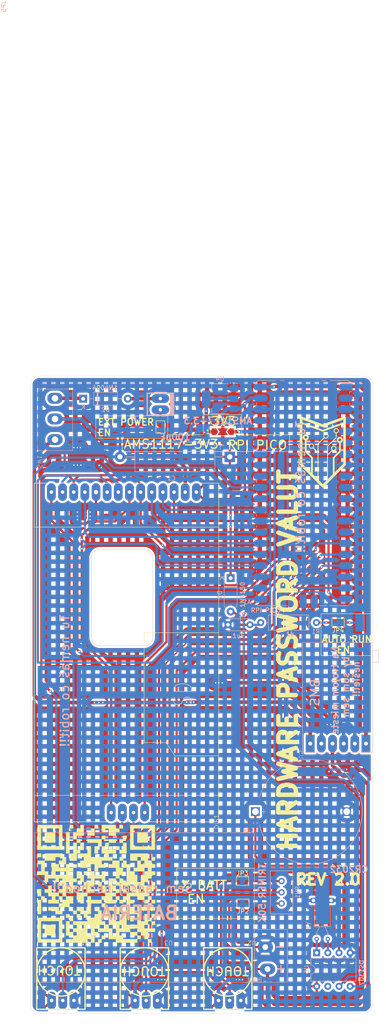
<source format=kicad_pcb>
(kicad_pcb (version 20241229) (generator "pcbnew") (generator_version "9.0")
  (layers (0 "F.Cu" signal) (2 "B.Cu" signal) (13 "F.Paste" user) (15 "B.Paste" user) (5 "F.SilkS" user "F.Silkscreen") (7 "B.SilkS" user "B.Silkscreen") (1 "F.Mask" user) (3 "B.Mask" user) (25 "Edge.Cuts" user))
  (net 0 "")
  (net 2 "Net-(A1-VSYS)")
  (net 4 "Net-(A1-GPIO18)")
  (net 5 "GND")
  (net 6 "Net-(A1-GPIO13)")
  (net 7 "Net-(A1-GPIO20)")
  (net 9 "Net-(A1-GPIO19)")
  (net 12 "Net-(A1-GPIO15)")
  (net 15 "Net-(A1-GPIO17)")
  (net 17 "Net-(A1-GPIO4)")
  (net 18 "Net-(A1-GPIO11)")
  (net 19 "Net-(A1-GPIO14)")
  (net 21 "Net-(A1-3V3)")
  (net 22 "Net-(A1-GPIO21)")
  (net 23 "Net-(A1-GPIO22)")
  (net 24 "Net-(A1-GPIO5)")
  (net 26 "Net-(A1-GPIO12)")
  (net 27 "Net-(A1-VBUS)")
  (net 28 "Net-(A1-GPIO16)")
  (net 29 "Net-(A1-GPIO26_ADC0)")
  (net 35 "+3.3V")
  (net 36 "Net-(D1-A)")
  (net 37 "Net-(JP1-A)")
  (net 38 "Net-(BAT1-+)")
  (net 39 "Net-(BT1-+)")
  (net 41 "Net-(U6-X2)")
  (net 42 "Net-(U6-X1)")
  (net 43 "Net-(D2-A)")
  (net 44 "Net-(D2-K)")
  (net 45 "Net-(J1-Pin_1)")
  (net 46 "Net-(JP2-A)")
  (net 47 "Net-(JP3-B)")
  (net 48 "Net-(JP4-A)")
  (net 49 "Net-(JP4-B)")
  (net 50 "Net-(SW1-A)")
  (footprint "moje:touch" (layer "F.Cu") (at 195.45 146.05 180)
    (property "Reference" "U3")
    (property "Value" "~")
  )
  (footprint "moje:touch" (layer "F.Cu") (at 176.45 146.05 180)
    (property "Reference" "U1")
    (property "Value" "~")
  )
  (footprint "Jumper:SolderJumper-2_P1.3mm_Open_TrianglePad1.0x1.5mm" (layer "F.Cu") (at 212.425 136 180)
    (property "Reference" "JP2")
    (property "Value" "Jumper_2_Small_Open" (hide yes))
  )
  (footprint "Jumper:SolderJumper-2_P1.3mm_Open_TrianglePad1.0x1.5mm" (layer "F.Cu") (at 234.075 72.1 180)
    (property "Reference" "JP4")
    (property "Value" "Jumper_2_Open")
  )
  (footprint "Jumper:SolderJumper-2_P1.3mm_Open_TrianglePad1.0x1.5mm" (layer "F.Cu") (at 193.6 27.625 -90)
    (property "Reference" "JP5")
    (property "Value" "Jumper_2_Open")
  )
  (footprint "moje:qr github pass vault" (layer "F.Cu") (at 179 131.5)
    (property "Reference" "G***" (hide yes))
    (property "Value" "LOGO" (hide yes))
  )
  (footprint "moje:touch" (layer "F.Cu") (at 214.45 146.05 180)
    (property "Reference" "U2")
    (property "Value" "~")
  )
  (footprint "moje:2,4 TFT SPI 240x320" (layer "F.Cu") (at 206.9 117.4 90)
    (property "Reference" "DIS1")
    (property "Value" "~")
    (fp_line (start 42 -29) (end 60 -29) (stroke (width 0.1)) (layer "Edge.Cuts"))
    (fp_line (start 62 -27) (end 62 -17) (stroke (width 0.1)) (layer "Edge.Cuts"))
    (fp_line (start 40 -17) (end 40 -27) (stroke (width 0.1)) (layer "Edge.Cuts"))
    (fp_line (start 60 -15) (end 42 -15) (stroke (width 0.1)) (layer "Edge.Cuts"))
    (fp_arc (start 60 -29) (mid 61.414214 -28.414214) (end 62 -27) (stroke (width 0.1)) (layer "Edge.Cuts"))
    (fp_arc (start 40 -27) (mid 40.585786 -28.414214) (end 42 -29) (stroke (width 0.1)) (layer "Edge.Cuts"))
    (fp_arc (start 62 -17) (mid 61.414214 -15.585786) (end 60 -15) (stroke (width 0.1)) (layer "Edge.Cuts"))
    (fp_arc (start 42 -15) (mid 40.585786 -15.585786) (end 40 -17) (stroke (width 0.1)) (layer "Edge.Cuts"))
  )
  (footprint "moje:logo2" (layer "F.Cu") (at 230.6 41.074874)
    (property "Reference" "REF**" (hide yes))
    (property "Value" "logo2" (hide yes))
  )
  (footprint "Jumper:SolderJumper-3_P2.0mm_Open_TrianglePad1.0x1.5mm_NumberLabels" (layer "F.Cu") (at 207.8 28.7)
    (property "Reference" "JP1")
    (property "Value" "SolderJumper_3_Open")
  )
  (footprint "Jumper:SolderJumper-2_P1.3mm_Open_TrianglePad1.0x1.5mm" (layer "F.Cu") (at 212.3 130.9)
    (property "Reference" "JP3")
    (property "Value" "Jumper_2_Small_Open" (hide yes))
  )
  (footprint "moje:conn biely 0" (layer "B.Cu") (at 193.6 23.7 90)
    (property "Reference" "J1")
    (property "Value" "Conn_01x02_Pin")
  )
  (footprint "Package_DIP:DIP-8_W7.62mm" (layer "B.Cu") (at 229.2 147.2 -90)
    (property "Reference" "U6")
    (property "Value" "DS1307+")
  )
  (footprint "Module:RaspberryPi_Pico_SMD" (layer "B.Cu") (at 226.11 42.65 180)
    (property "Reference" "A1")
    (property "Value" "RaspberryPi_Pico")
  )
  (footprint "Crystal:Crystal_AT310_D3.0mm_L10.0mm_Horizontal_1EP_style2" (layer "B.Cu") (at 229.2 144.05)
    (property "Reference" "Y1")
    (property "Value" "Crystal_GND2")
  )
  (footprint "moje:bms" (layer "B.Cu") (at 227.725 99.625 90)
    (property "Reference" "U5")
    (property "Value" "~")
  )
  (footprint "Diode_THT:D_A-405_P7.62mm_Horizontal" (layer "B.Cu") (at 209.6 61.99 -90)
    (property "Reference" "D1")
    (property "Value" "D")
  )
  (footprint "Resistor_THT:R_Axial_DIN0309_L9.0mm_D3.2mm_P12.70mm_Horizontal" (layer "B.Cu") (at 216.45 72.1)
    (property "Reference" "R1")
    (property "Value" "1k")
  )
  (footprint "moje:MTS-103" (layer "B.Cu") (at 169.6 30.5 90)
    (property "Reference" "SW1")
    (property "Value" "SW_SPDT")
  )
  (footprint "Battery:BatteryHolder_MYOUNG_BS-07-A1BJ001_CR2032" (layer "B.Cu") (at 215.242546 115.1)
    (property "Reference" "BT1")
    (property "Value" "Battery_Cell")
  )
  (footprint "Package_TO_SOT_SMD:SOT-223-3_TabPin2" (layer "B.Cu") (at 207.2 21.2 180)
    (property "Reference" "U4")
    (property "Value" "AMS1117-3.3")
  )
  (footprint "moje:bat" (layer "B.Cu") (at 165 153.9 180)
    (property "Reference" "BAT1")
    (property "Value" "~")
  )
  (footprint "Potentiometer_THT:Potentiometer_Bourns_3296W_Vertical" (layer "B.Cu") (at 221.2 130.9 90)
    (property "Reference" "RV1")
    (property "Value" "R_Potentiometer_Trim" (hide yes))
  )
  (footprint "Diode_THT:D_A-405_P10.16mm_Horizontal" (layer "B.Cu") (at 176.02 21.2)
    (property "Reference" "D2")
    (property "Value" "D")
  )
  (footprint "Capacitor_THT:C_Disc_D4.7mm_W2.5mm_P5.00mm" (layer "B.Cu") (at 214 72.6 180)
    (property "Reference" "C2")
    (property "Value" "1uF")
  )
  (footprint "Capacitor_THT:CP_Axial_L18.0mm_D6.5mm_P25.00mm_Horizontal" (layer "B.Cu") (at 209.4 34.4175 180)
    (property "Reference" "C1")
    (property "Value" "100uF")
  )
  (gr_line (start 212.1 29.4) (end 212.1 24.8) (stroke (width 0.1)) (layer "F.SilkS"))
  (gr_line (start 223 33.2) (end 223 29.4) (stroke (width 0.1)) (layer "F.SilkS"))
  (gr_rect (start 197.3 128) (end 215 139.4) (stroke (width 0.1)) (fill no) (layer "F.SilkS"))
  (gr_rect (start 178.9 25.1) (end 195.3 30.2) (stroke (width 0.1)) (fill no) (layer "F.SilkS"))
  (gr_line (start 184.9 33.2) (end 223 33.2) (stroke (width 0.1)) (layer "F.SilkS"))
  (gr_line (start 203.4 24.8) (end 203.4 29.4) (stroke (width 0.1)) (layer "F.SilkS"))
  (gr_rect (start 230.2 70.1) (end 241.7 79.6) (stroke (width 0.1)) (fill no) (layer "F.SilkS"))
  (gr_line (start 203.4 29.4) (end 195.4 29.4) (stroke (width 0.1)) (layer "F.SilkS"))
  (gr_line (start 184.9 30.2) (end 184.9 33.3) (stroke (width 0.1)) (layer "F.SilkS"))
  (gr_line (start 212.1 24.8) (end 203.4 24.8) (stroke (width 0.1)) (layer "F.SilkS"))
  (gr_line (start 223 29.4) (end 212.1 29.4) (stroke (width 0.1)) (layer "F.SilkS"))
  (gr_arc (start 242 159) (mid 241.414214 160.414214) (end 240 161) (stroke (width 0.05)) (layer "Edge.Cuts"))
  (gr_arc (start 164 18) (mid 164.585786 16.585786) (end 166 16) (stroke (width 0.05)) (layer "Edge.Cuts"))
  (gr_arc (start 166 161) (mid 164.585786 160.414214) (end 164 159) (stroke (width 0.05)) (layer "Edge.Cuts"))
  (gr_arc (start 240 16) (mid 241.414214 16.585786) (end 242 18) (stroke (width 0.05)) (layer "Edge.Cuts"))
  (gr_line (start 164 159) (end 164 18) (stroke (width 0.05)) (layer "Edge.Cuts"))
  (gr_line (start 242 18) (end 242 159) (stroke (width 0.05)) (layer "Edge.Cuts"))
  (gr_line (start 166 16) (end 240 16) (stroke (width 0.05)) (layer "Edge.Cuts"))
  (gr_line (start 240 161) (end 166 161) (stroke (width 0.05)) (layer "Edge.Cuts"))
  (gr_text "AUTO RUN\n   EN" (at 230.2 79.2 0) (layer "F.SilkS") (effects (font (size 1.5 1.5) (thickness 0.3) (bold yes)) (justify left bottom)))
  (gr_text "3V3" (at 205.1 27.5 0) (layer "F.SilkS") (effects (font (size 2 2) (thickness 0.3)) (justify left bottom)))
  (gr_text "AMS1117-3V3" (at 185.1 32.7 0) (layer "F.SilkS") (effects (font (size 2 2) (thickness 0.3)) (justify left bottom)))
  (gr_text "EXT POWER\nEN\n" (at 179.2 29.8 0) (layer "F.SilkS") (effects (font (size 1.5 1.5) (thickness 0.3) (bold yes)) (justify left bottom)))
  (gr_text "% BATT\n EN" (at 198 136.2 0) (layer "F.SilkS") (effects (font (size 2 2) (thickness 0.3)) (justify left bottom)))
  (gr_text "REV 2.0" (at 224 132 0) (layer "F.SilkS") (effects (font (size 2.5 2.5) (thickness 0.625) (bold yes)) (justify left bottom)))
  (gr_text "RPI PICO" (at 208.7 32.9 0) (layer "F.SilkS") (effects (font (size 2 2) (thickness 0.3)) (justify left bottom)))
  (gr_text "HARDWARE PASSWORD VALUT" (at 225 124.5 90) (layer "F.SilkS") (effects (font (size 4 4) (thickness 1) (bold yes)) (justify left bottom)))
  (gr_text "TRIMER 50K" (at 217.7 126.7 90) (layer "B.SilkS") (effects (font (size 1.5 1.5) (thickness 0.3) (bold yes)) (justify left bottom mirror)))
  (gr_text "BMS" (at 230 84.7 90) (layer "B.SilkS") (effects (font (size 2 2) (thickness 0.3)) (justify left bottom mirror)))
  (gr_text "1N4150" (at 212.9 68.8 90) (layer "B.SilkS") (effects (font (size 1 1) (thickness 0.2) (bold yes)) (justify left bottom)))
  (gr_text "CR2032" (at 241.1 129.1 0) (layer "B.SilkS") (effects (font (size 1.5 1.5) (thickness 0.3) (bold yes)) (justify left bottom mirror)))
  (gr_text "1k" (at 222.1 75.3 0) (layer "B.SilkS") (effects (font (size 1 1) (thickness 0.2) (bold yes)) (justify left bottom)))
  (gr_text "1N4004" (at 184 19.3 0) (layer "B.SilkS") (effects (font (size 1 1) (thickness 0.2) (bold yes)) (justify left bottom mirror)))
  (gr_text "1uF" (at 209.9 75.7 0) (layer "B.SilkS") (effects (font (size 1 1) (thickness 0.2) (bold yes)) (justify left bottom)))
  (gr_text "Na tvojom mieste\n  by som sem \n   nešiel!!" (at 239.1 77.3 90) (layer "B.SilkS") (effects (font (size 1.5 1.5) (thickness 0.3)) (justify left bottom mirror)))
  (gr_text "RPI PICO" (at 214.1 69.9 0) (layer "B.SilkS") (effects (font (size 1 1) (thickness 0.2) (bold yes)) (justify left bottom)))
  (gr_text "AMS1117-3.3\n" (at 214.7 27.1 0) (layer "B.SilkS") (effects (font (size 1.5 1.5) (thickness 0.3) (bold yes)) (justify left bottom mirror)))
  (gr_text "Sem radsej nechoď!!" (at 201.2 133.7 0) (layer "B.SilkS") (effects (font (size 2 2) (thickness 0.3)) (justify left bottom mirror)))
  (gr_text "DS1307" (at 240.1 148.7 90) (layer "B.SilkS") (effects (font (size 1 1) (thickness 0.2) (bold yes)) (justify left bottom mirror)))
  (gr_text "Tu nemáš čo robiť!!" (at 173 70.1 90) (layer "B.SilkS") (effects (font (size 2 2) (thickness 0.3)) (justify left bottom mirror)))
  (gr_text "100uF" (at 200.6 30.8 0) (layer "B.SilkS") (effects (font (size 1.5 1.5) (thickness 0.3) (bold yes)) (justify left bottom mirror)))
  (gr_text "Tu nemáš čo robiť!!" (at 226.7 26 90) (layer "B.SilkS") (effects (font (size 2 2) (thickness 0.3)) (justify left bottom mirror)))
  (segment (start 210.1 42.8) (end 212 42.8) (width 0.5) (layer "F.Cu") (net 2))
  (segment (start 212.85 41.95) (end 212.85 22.35) (width 0.5) (layer "F.Cu") (net 2))
  (segment (start 209.6 61.99) (end 209.6 50.3) (width 0.5) (layer "F.Cu") (net 2))
  (segment (start 209.6 47.7) (end 209.6 43.3) (width 0.5) (layer "F.Cu") (net 2))
  (segment (start 212 42.8) (end 212.85 41.95) (width 0.5) (layer "F.Cu") (net 2))
  (segment (start 209.6 43.3) (end 210.1 42.8) (width 0.5) (layer "F.Cu") (net 2))
  (via (at 209.6 47.7) (size 0.6) (drill 0.3) (layers "F.Cu" "B.Cu") (net 2))
  (via (at 209.6 50.3) (size 0.6) (drill 0.3) (layers "F.Cu" "B.Cu") (net 2))
  (via (at 212.85 22.35) (size 0.6) (drill 0.3) (layers "F.Cu" "B.Cu") (net 2))
  (segment (start 209.6 47.7) (end 209.6 50.3) (width 0.5) (layer "B.Cu") (net 2))
  (segment (start 202 26.1) (end 200.6 27.5) (width 0.8) (layer "B.Cu") (net 2))
  (segment (start 200.6 27.5) (end 200.6 28.6) (width 0.8) (layer "B.Cu") (net 2))
  (segment (start 208.8 23.5) (end 207.7 24.6) (width 0.8) (layer "B.Cu") (net 2))
  (segment (start 180.7 30.9) (end 175.6 25.8) (width 0.8) (layer "B.Cu") (net 2))
  (segment (start 207.7 24.6) (end 207.7 25.6) (width 0.8) (layer "B.Cu") (net 2))
  (segment (start 200.6 28.6) (end 198.3 30.9) (width 0.8) (layer "B.Cu") (net 2))
  (segment (start 207.7 25.6) (end 207.2 26.1) (width 0.8) (layer "B.Cu") (net 2))
  (segment (start 211.7 23.5) (end 212.85 22.35) (width 0.8) (layer "B.Cu") (net 2))
  (segment (start 212.85 22.35) (end 214.14 21.06) (width 0.8) (layer "B.Cu") (net 2))
  (segment (start 207.2 26.1) (end 202 26.1) (width 0.8) (layer "B.Cu") (net 2))
  (segment (start 198.3 30.9) (end 180.7 30.9) (width 0.8) (layer "B.Cu") (net 2))
  (segment (start 175.6 25.8) (end 169 25.8) (width 0.8) (layer "B.Cu") (net 2))
  (segment (start 214.14 21.06) (end 216.42 21.06) (width 0.8) (layer "B.Cu") (net 2))
  (segment (start 210.35 23.5) (end 208.8 23.5) (width 0.8) (layer "B.Cu") (net 2))
  (segment (start 210.35 23.5) (end 211.7 23.5) (width 0.8) (layer "B.Cu") (net 2))
  (segment (start 178.94 48.96) (end 178.94 42.44) (width 0.5) (layer "F.Cu") (net 4))
  (segment (start 183.3 49.1) (end 186.56 45.84) (width 0.5) (layer "F.Cu") (net 4))
  (segment (start 178.9 49) (end 178.94 48.96) (width 0.5) (layer "F.Cu") (net 4))
  (segment (start 175.7 55.3) (end 175.7 76.2) (width 0.5) (layer "F.Cu") (net 4))
  (segment (start 181.4 49.1) (end 183.3 49.1) (width 0.5) (layer "F.Cu") (net 4))
  (segment (start 175.7 53.2) (end 175.7 52.3) (width 0.5) (layer "F.Cu") (net 4))
  (segment (start 175.7 55.3) (end 175.7 53.2) (width 0.5) (layer "F.Cu") (net 4))
  (segment (start 178.9 49.1) (end 178.9 49) (width 0.5) (layer "F.Cu") (net 4))
  (segment (start 175.7 52.3) (end 178.9 49.1) (width 0.5) (layer "F.Cu") (net 4))
  (segment (start 178.9 49.1) (end 181.4 49.1) (width 0.5) (layer "F.Cu") (net 4))
  (segment (start 186.56 45.84) (end 186.56 42.44) (width 0.5) (layer "F.Cu") (net 4))
  (segment (start 182.4 82.9) (end 182.4 115.3) (width 0.5) (layer "F.Cu") (net 4))
  (segment (start 175.7 76.2) (end 182.4 82.9) (width 0.5) (layer "F.Cu") (net 4))
  (via (at 175.7 55.3) (size 0.6) (drill 0.3) (layers "F.Cu" "B.Cu") (net 4))
  (via (at 175.7 53.2) (size 0.6) (drill 0.3) (layers "F.Cu" "B.Cu") (net 4))
  (segment (start 192.2 54.2) (end 184.9 54.2) (width 0.5) (layer "B.Cu") (net 4))
  (segment (start 192.8 54.8) (end 192.2 54.2) (width 0.5) (layer "B.Cu") (net 4))
  (segment (start 193.76 59.16) (end 192.8 58.2) (width 0.5) (layer "B.Cu") (net 4))
  (segment (start 175.8 55.2) (end 175.7 55.2) (width 0.5) (layer "B.Cu") (net 4))
  (segment (start 216.42 59.16) (end 193.76 59.16) (width 0.5) (layer "B.Cu") (net 4))
  (segment (start 176.7 54.3) (end 175.8 55.2) (width 0.5) (layer "B.Cu") (net 4))
  (segment (start 184.9 54.2) (end 176.7 54.2) (width 0.5) (layer "B.Cu") (net 4))
  (segment (start 176.7 54.2) (end 176.7 54.3) (width 0.5) (layer "B.Cu") (net 4))
  (segment (start 192.8 58.2) (end 192.8 54.8) (width 0.5) (layer "B.Cu") (net 4))
  (segment (start 176.7 54.2) (end 175.7 53.2) (width 0.5) (layer "B.Cu") (net 4))
  (segment (start 171.8 35.9) (end 171.8 32.9) (width 0.5) (layer "F.Cu") (net 5))
  (segment (start 173.9 32.3) (end 174.7 32.3) (width 0.5) (layer "F.Cu") (net 5))
  (segment (start 173.9 36.3) (end 172.2 36.3) (width 0.5) (layer "F.Cu") (net 5))
  (segment (start 184.4 34.4175) (end 184.4 29.9) (width 0.5) (layer "F.Cu") (net 5))
  (segment (start 177.6 48.7) (end 176.7 49.6) (width 0.5) (layer "F.Cu") (net 5))
  (segment (start 209.3 136.7) (end 210 136) (width 0.5) (layer "F.Cu") (net 5))
  (segment (start 199.26 36.86) (end 199.26 42.44) (width 0.8) (layer "F.Cu") (net 5))
  (segment (start 185.944097 28.355903) (end 191.7 28.355903) (width 0.5) (layer "F.Cu") (net 5))
  (segment (start 233.2 95.3) (end 231.6 95.3) (width 0.8) (layer "F.Cu") (net 5))
  (segment (start 171.8 32.9) (end 172.4 32.3) (width 0.5) (layer "F.Cu") (net 5))
  (segment (start 175.4 49.6) (end 174.7 48.9) (width 0.5) (layer "F.Cu") (net 5))
  (segment (start 172.4 32.3) (end 172.5 32.3) (width 0.5) (layer "F.Cu") (net 5))
  (segment (start 176.6 49.6) (end 175.4 49.6) (width 0.5) (layer "F.Cu") (net 5))
  (segment (start 184.4 34.4175) (end 196.8175 34.4175) (width 0.8) (layer "F.Cu") (net 5))
  (segment (start 210 136) (end 211.694097 136) (width 0.5) (layer "F.Cu") (net 5))
  (segment (start 174.7 48.8) (end 174.7 48.7) (width 0.5) (layer "F.Cu") (net 5))
  (segment (start 184.4 29.9) (end 185.944097 28.355903) (width 0.5) (layer "F.Cu") (net 5))
  (segment (start 172.2 36.3) (end 171.8 35.9) (width 0.5) (layer "F.Cu") (net 5))
  (segment (start 174.7 48.9) (end 174.7 48.8) (width 0.5) (layer "F.Cu") (net 5))
  (segment (start 175.5 36.3) (end 173.9 36.3) (width 0.5) (layer "F.Cu") (net 5))
  (segment (start 176.7 49.6) (end 176.6 49.6) (width 0.5) (layer "F.Cu") (net 5))
  (segment (start 191.7 28.355903) (end 193.6 28.355903) (width 0.5) (layer "F.Cu") (net 5))
  (segment (start 172.5 32.3) (end 173.9 32.3) (width 0.5) (layer "F.Cu") (net 5))
  (segment (start 231.6 95.3) (end 231.6 93.5) (width 0.8) (layer "F.Cu") (net 5))
  (segment (start 177.6 47) (end 177.6 48.7) (width 0.5) (layer "F.Cu") (net 5))
  (segment (start 206.9 85.8) (end 206.2 85.8) (width 0.8) (layer "F.Cu") (net 5))
  (segment (start 207.7 85.8) (end 206.9 85.8) (width 0.8) (layer "F.Cu") (net 5))
  (segment (start 174.7 47.9) (end 174.7 47) (width 0.5) (layer "F.Cu") (net 5))
  (segment (start 217.5 145.9) (end 210.9 145.9) (width 0.5) (layer "F.Cu") (net 5))
  (segment (start 231.6 93.5) (end 225.7 87.6) (width 0.8) (layer "F.Cu") (net 5))
  (segment (start 174.7 32.3) (end 175.4 32.3) (width 0.5) (layer "F.Cu") (net 5))
  (segment (start 209.3 144.3) (end 209.3 136.7) (width 0.5) (layer "F.Cu") (net 5))
  (segment (start 223.9 85.8) (end 207.7 85.8) (width 0.8) (layer "F.Cu") (net 5))
  (segment (start 174.7 48.7) (end 174.7 47.9) (width 0.5) (layer "F.Cu") (net 5))
  (segment (start 196.8175 34.4175) (end 199.26 36.86) (width 0.8) (layer "F.Cu") (net 5))
  (segment (start 210.9 145.9) (end 209.3 144.3) (width 0.5) (layer "F.Cu") (net 5))
  (segment (start 225.7 87.6) (end 223.9 85.8) (width 0.8) (layer "F.Cu") (net 5))
  (via (at 174.7 32.3) (size 0.6) (drill 0.3) (layers "F.Cu" "B.Cu") (net 5))
  (via (at 177.6 47) (size 0.6) (drill 0.3) (layers "F.Cu" "B.Cu") (net 5))
  (via (at 191.7 28.355903) (size 0.6) (drill 0.3) (layers "F.Cu" "B.Cu") (net 5))
  (via (at 174.7 47) (size 0.6) (drill 0.3) (layers "F.Cu" "B.Cu") (net 5))
  (via (at 173.9 36.3) (size 0.6) (drill 0.3) (layers "F.Cu" "B.Cu") (net 5))
  (via (at 177.6 48.7) (size 0.6) (drill 0.3) (layers "F.Cu" "B.Cu") (net 5))
  (via (at 173.9 32.3) (size 0.6) (drill 0.3) (layers "F.Cu" "B.Cu") (net 5))
  (via (at 174.7 36.3) (size 0.6) (drill 0.3) (layers "F.Cu" "B.Cu") (net 5))
  (via (at 207.7 85.8) (size 0.6) (drill 0.3) (layers "F.Cu" "B.Cu") (net 5))
  (via (at 206.2 85.8) (size 0.6) (drill 0.3) (layers "F.Cu" "B.Cu") (net 5))
  (via (at 174.7 47.9) (size 0.6) (drill 0.3) (layers "F.Cu" "B.Cu") (net 5))
  (via (at 233.2 95.3) (size 0.6) (drill 0.3) (layers "F.Cu" "B.Cu") (net 5))
  (via (at 232.4 95.3) (size 0.6) (drill 0.3) (layers "F.Cu" "B.Cu") (net 5))
  (via (at 206.9 85.8) (size 0.6) (drill 0.3) (layers "F.Cu" "B.Cu") (net 5))
  (via (at 175.5 36.3) (size 0.6) (drill 0.3) (layers "F.Cu" "B.Cu") (net 5))
  (via (at 174.7 48.7) (size 0.6) (drill 0.3) (layers "F.Cu" "B.Cu") (net 5))
  (via (at 175.4 32.3) (size 0.6) (drill 0.3) (layers "F.Cu" "B.Cu") (net 5))
  (via (at 231.6 95.3) (size 0.6) (drill 0.3) (layers "F.Cu" "B.Cu") (net 5))
  (via (at 177.6 47.9) (size 0.6) (drill 0.3) (layers "F.Cu" "B.Cu") (net 5))
  (segment (start 237.885 96.385) (end 237.885 99.625) (width 0.8) (layer "B.Cu") (net 5))
  (segment (start 231.6 95.3) (end 232.4 95.3) (width 0.8) (layer "B.Cu") (net 5))
  (segment (start 230.8 95.3) (end 231.6 95.3) (width 0.8) (layer "B.Cu") (net 5))
  (segment (start 232.4 95.3) (end 233.2 95.3) (width 0.8) (layer "B.Cu") (net 5))
  (segment (start 236.8 95.3) (end 237.885 96.385) (width 0.8) (layer "B.Cu") (net 5))
  (segment (start 230.265 95.835) (end 230.8 95.3) (width 0.8) (layer "B.Cu") (net 5))
  (segment (start 236.2 95.3) (end 236.8 95.3) (width 0.8) (layer "B.Cu") (net 5))
  (segment (start 235.345 96.155) (end 236.2 95.3) (width 0.8) (layer "B.Cu") (net 5))
  (segment (start 235.345 96.445) (end 235.345 96.155) (width 0.8) (layer "B.Cu") (net 5))
  (segment (start 235.345 96.445) (end 234.2 95.3) (width 0.8) (layer "B.Cu") (net 5))
  (segment (start 234.2 95.3) (end 236.2 95.3) (width 0.8) (layer "B.Cu") (net 5))
  (segment (start 230.265 99.625) (end 230.265 95.835) (width 0.8) (layer "B.Cu") (net 5))
  (segment (start 235.345 99.625) (end 235.345 96.445) (width 0.8) (layer "B.Cu") (net 5))
  (segment (start 233.2 95.3) (end 234.2 95.3) (width 0.8) (layer "B.Cu") (net 5))
  (segment (start 223.5 66.3) (end 230.3 59.5) (width 0.5) (layer "F.Cu") (net 6))
  (segment (start 193.9 142.8) (end 193.9 122.6) (width 0.5) (layer "F.Cu") (net 6))
  (segment (start 197.3 119.2) (end 197.3 83.1) (width 0.5) (layer "F.Cu") (net 6))
  (segment (start 193.9 122.6) (end 197.3 119.2) (width 0.5) (layer "F.Cu") (net 6))
  (segment (start 220 78.7) (end 223.5 75.2) (width 0.5) (layer "F.Cu") (net 6))
  (segment (start 201.7 78.7) (end 220 78.7) (width 0.5) (layer "F.Cu") (net 6))
  (segment (start 197.3 83.1) (end 201.7 78.7) (width 0.5) (layer "F.Cu") (net 6))
  (segment (start 223.5 75.2) (end 223.5 66.3) (width 0.5) (layer "F.Cu") (net 6))
  (via (at 193.9 142.8) (size 0.6) (drill 0.3) (layers "F.Cu" "B.Cu") (net 6))
  (via (at 230.3 59.5) (size 0.6) (drill 0.3) (layers "F.Cu" "B.Cu") (net 6))
  (segment (start 190.9 149.1) (end 193.9 146.1) (width 0.5) (layer "B.Cu") (net 6))
  (segment (start 230.64 59.16) (end 230.3 59.5) (width 0.5) (layer "B.Cu") (net 6))
  (segment (start 171.37 151.73) (end 174 149.1) (width 0.5) (layer "B.Cu") (net 6))
  (segment (start 193.9 146.1) (end 193.9 142.8) (width 0.5) (layer "B.Cu") (net 6))
  (segment (start 235.8 59.16) (end 230.64 59.16) (width 0.5) (layer "B.Cu") (net 6))
  (segment (start 171.37 158.05) (end 171.37 151.73) (width 0.5) (layer "B.Cu") (net 6))
  (segment (start 174 149.1) (end 190.9 149.1) (width 0.5) (layer "B.Cu") (net 6))
  (segment (start 176.4 42.44) (end 176.4 51.6) (width 0.5) (layer "B.Cu") (net 7))
  (segment (start 176.4 51.6) (end 177.4 52.6) (width 0.5) (layer "B.Cu") (net 7))
  (segment (start 177.4 52.6) (end 194.5 52.6) (width 0.5) (layer "B.Cu") (net 7))
  (segment (start 194.5 52.6) (end 195.98 54.08) (width 0.5) (layer "B.Cu") (net 7))
  (segment (start 195.98 54.08) (end 216.42 54.08) (width 0.5) (layer "B.Cu") (net 7))
  (segment (start 166.5 39.7) (end 167.6 38.6) (width 0.5) (layer "F.Cu") (net 9))
  (segment (start 175.12 38.6) (end 175.2 38.6) (width 0.5) (layer "F.Cu") (net 9))
  (segment (start 175.2 38.6) (end 187.1 38.6) (width 0.5) (layer "F.Cu") (net 9))
  (segment (start 166.5 85.7) (end 168.5 87.7) (width 0.5) (layer "F.Cu") (net 9))
  (segment (start 189.1 40.6) (end 189.1 42.44) (width 0.5) (layer "F.Cu") (net 9))
  (segment (start 194.1 54.5) (end 189.1 49.5) (width 0.5) (layer "F.Cu") (net 9))
  (segment (start 172.6 38.6) (end 173.86 39.86) (width 0.5) (layer "F.Cu") (net 9))
  (segment (start 173.86 39.86) (end 173.86 42.44) (width 0.5) (layer "F.Cu") (net 9))
  (segment (start 167.6 38.6) (end 172.6 38.6) (width 0.5) (layer "F.Cu") (net 9))
  (segment (start 187.1 38.6) (end 189.1 40.6) (width 0.5) (layer "F.Cu") (net 9))
  (segment (start 166.5 39.7) (end 166.5 85.7) (width 0.5) (layer "F.Cu") (net 9))
  (segment (start 173.86 39.86) (end 175.12 38.6) (width 0.5) (layer "F.Cu") (net 9))
  (segment (start 172.6 38.6) (end 175.2 38.6) (width 0.5) (layer "F.Cu") (net 9))
  (segment (start 189.1 49.5) (end 189.1 42.44) (width 0.5) (layer "F.Cu") (net 9))
  (segment (start 187.48 115.3) (end 187.4 115.38) (width 0.5) (layer "F.Cu") (net 9))
  (via (at 168.5 87.7) (size 0.6) (drill 0.3) (layers "F.Cu" "B.Cu") (net 9))
  (via (at 194.1 54.5) (size 0.6) (drill 0.3) (layers "F.Cu" "B.Cu") (net 9))
  (segment (start 185.5 121.2) (end 187.48 119.22) (width 0.5) (layer "B.Cu") (net 9))
  (segment (start 169.9 119.3) (end 171.8 121.2) (width 0.5) (layer "B.Cu") (net 9))
  (segment (start 216.42 56.62) (end 196.22 56.62) (width 0.5) (layer "B.Cu") (net 9))
  (segment (start 187.48 119.22) (end 187.48 115.3) (width 0.5) (layer "B.Cu") (net 9))
  (segment (start 171.8 121.2) (end 185.5 121.2) (width 0.5) (layer "B.Cu") (net 9))
  (segment (start 196.22 56.62) (end 194.1 54.5) (width 0.5) (layer "B.Cu") (net 9))
  (segment (start 168.5 87.7) (end 169.9 89.1) (width 0.5) (layer "B.Cu") (net 9))
  (segment (start 169.9 89.1) (end 169.9 119.3) (width 0.5) (layer "B.Cu") (net 9))
  (segment (start 231.9 65.2) (end 231.9 50.7) (width 0.5) (layer "F.Cu") (net 12))
  (segment (start 230.2 49) (end 197 49) (width 0.5) (layer "F.Cu") (net 12))
  (segment (start 197 49) (end 196.72 48.72) (width 0.5) (layer "F.Cu") (net 12))
  (segment (start 231.9 50.7) (end 230.2 49) (width 0.5) (layer "F.Cu") (net 12))
  (segment (start 196.72 48.72) (end 196.72 42.44) (width 0.5) (layer "F.Cu") (net 12))
  (via (at 231.9 65.2) (size 0.6) (drill 0.3) (layers "F.Cu" "B.Cu") (net 12))
  (segment (start 233.48 66.78) (end 235.8 66.78) (width 0.5) (layer "B.Cu") (net 12))
  (segment (start 231.9 65.2) (end 233.48 66.78) (width 0.5) (layer "B.Cu") (net 12))
  (segment (start 173.9 77.5) (end 173.9 54) (width 0.5) (layer "F.Cu") (net 15))
  (segment (start 175.1 78.7) (end 173.9 77.5) (width 0.5) (layer "F.Cu") (net 15))
  (segment (start 168.78 48.88) (end 168.78 42.44) (width 0.5) (layer "F.Cu") (net 15))
  (segment (start 173.9 54) (end 168.78 48.88) (width 0.5) (layer "F.Cu") (net 15))
  (via (at 175.1 78.7) (size 0.6) (drill 0.3) (layers "F.Cu" "B.Cu") (net 15))
  (segment (start 196.06 64.24) (end 216.42 64.24) (width 0.5) (layer "B.Cu") (net 15))
  (segment (start 194.1 76.5) (end 194.1 66.2) (width 0.5) (layer "B.Cu") (net 15))
  (segment (start 190.9 79.7) (end 194.1 76.5) (width 0.5) (layer "B.Cu") (net 15))
  (segment (start 194.1 66.2) (end 196.06 64.24) (width 0.5) (layer "B.Cu") (net 15))
  (segment (start 175.1 78.7) (end 176.1 79.7) (width 0.5) (layer "B.Cu") (net 15))
  (segment (start 176.1 79.7) (end 190.9 79.7) (width 0.5) (layer "B.Cu") (net 15))
  (segment (start 220.8 104.2) (end 219.6 103) (width 0.5) (layer "B.Cu") (net 17))
  (segment (start 219.6 103) (end 219.6 33.5) (width 0.5) (layer "B.Cu") (net 17))
  (segment (start 241 107.3) (end 237.9 104.2) (width 0.5) (layer "B.Cu") (net 17))
  (segment (start 221.88 31.22) (end 235.8 31.22) (width 0.5) (layer "B.Cu") (net 17))
  (segment (start 236.82 154.82) (end 239.58 154.82) (width 0.5) (layer "B.Cu") (net 17))
  (segment (start 219.6 33.5) (end 221.88 31.22) (width 0.5) (layer "B.Cu") (net 17))
  (segment (start 239.58 154.82) (end 241 153.4) (width 0.5) (layer "B.Cu") (net 17))
  (segment (start 237.9 104.2) (end 220.8 104.2) (width 0.5) (layer "B.Cu") (net 17))
  (segment (start 241 153.4) (end 241 107.3) (width 0.5) (layer "B.Cu") (net 17))
  (segment (start 200.1 74.9) (end 193.3 81.7) (width 0.5) (layer "F.Cu") (net 18))
  (segment (start 193.3 117.9) (end 190.37 120.83) (width 0.5) (layer "F.Cu") (net 18))
  (segment (start 216.9 74.9) (end 200.1 74.9) (width 0.5) (layer "F.Cu") (net 18))
  (segment (start 229 55.5) (end 219.4 65.1) (width 0.5) (layer "F.Cu") (net 18))
  (segment (start 219.4 72.4) (end 216.9 74.9) (width 0.5) (layer "F.Cu") (net 18))
  (segment (start 193.3 81.7) (end 193.3 117.9) (width 0.5) (layer "F.Cu") (net 18))
  (segment (start 190.37 120.83) (end 190.37 158.05) (width 0.5) (layer "F.Cu") (net 18))
  (segment (start 219.4 65.1) (end 219.4 72.4) (width 0.5) (layer "F.Cu") (net 18))
  (via (at 229 55.5) (size 0.6) (drill 0.3) (layers "F.Cu" "B.Cu") (net 18))
  (segment (start 235.8 54.08) (end 229.72 54.08) (width 0.5) (layer "B.Cu") (net 18))
  (segment (start 229 54.8) (end 229 55.5) (width 0.5) (layer "B.Cu") (net 18))
  (segment (start 229.72 54.08) (end 229 54.8) (width 0.5) (layer "B.Cu") (net 18))
  (segment (start 212.5 65.8) (end 220.1 58.2) (width 0.5) (layer "F.Cu") (net 19))
  (segment (start 190.02 81.48) (end 195 76.5) (width 0.5) (layer "F.Cu") (net 19))
  (segment (start 220.1 58.2) (end 221.7 58.2) (width 0.5) (layer "F.Cu") (net 19))
  (segment (start 196.9 65.8) (end 212.5 65.8) (width 0.5) (layer "F.Cu") (net 19))
  (segment (start 221.7 58.2) (end 221.8 58.2) (width 0.5) (layer "F.Cu") (net 19))
  (segment (start 190.02 115.3) (end 190.02 81.48) (width 0.5) (layer "F.Cu") (net 19))
  (segment (start 195 76.5) (end 195 67.7) (width 0.5) (layer "F.Cu") (net 19))
  (segment (start 195 67.7) (end 196.9 65.8) (width 0.5) (layer "F.Cu") (net 19))
  (via (at 221.7 58.2) (size 0.6) (drill 0.3) (layers "F.Cu" "B.Cu") (net 19))
  (segment (start 235.8 64.24) (end 224.34 64.24) (width 0.5) (layer "B.Cu") (net 19))
  (segment (start 223.8 58.7) (end 223.3 58.2) (width 0.5) (layer "B.Cu") (net 19))
  (segment (start 223.3 58.2) (end 221.7 58.2) (width 0.5) (layer "B.Cu") (net 19))
  (segment (start 223.8 63.7) (end 223.8 58.7) (width 0.5) (layer "B.Cu") (net 19))
  (segment (start 224.34 64.24) (end 223.8 63.7) (width 0.5) (layer "B.Cu") (net 19))
  (segment (start 209.8 28.7) (end 211.6 28.7) (width 0.8) (layer "F.Cu") (net 21))
  (via (at 211.6 28.7) (size 0.6) (drill 0.3) (layers "F.Cu" "B.Cu") (net 21))
  (segment (start 216.4 28.7) (end 216.42 28.68) (width 0.8) (layer "B.Cu") (net 21))
  (segment (start 211.6 28.7) (end 216.4 28.7) (width 0.8) (layer "B.Cu") (net 21))
  (segment (start 191.64 47.34) (end 191.64 42.44) (width 0.5) (layer "B.Cu") (net 22))
  (segment (start 216.42 51.54) (end 195.84 51.54) (width 0.5) (layer "B.Cu") (net 22))
  (segment (start 195.84 51.54) (end 191.64 47.34) (width 0.5) (layer "B.Cu") (net 22))
  (segment (start 194.18 42.44) (end 194.18 45.58) (width 0.5) (layer "B.Cu") (net 23))
  (segment (start 195.06 46.46) (end 216.42 46.46) (width 0.5) (layer "B.Cu") (net 23))
  (segment (start 194.18 45.58) (end 195.06 46.46) (width 0.5) (layer "B.Cu") (net 23))
  (segment (start 222.6 60.1) (end 212.6 70.1) (width 0.5) (layer "F.Cu") (net 24))
  (segment (start 222.6 50.3) (end 222.6 60.1) (width 0.5) (layer "F.Cu") (net 24))
  (via (at 222.6 50.3) (size 0.6) (drill 0.3) (layers "F.Cu" "B.Cu") (net 24))
  (via (at 212.6 70.1) (size 0.6) (drill 0.3) (layers "F.Cu" "B.Cu") (net 24))
  (segment (start 222.6 33.92) (end 222.44 33.76) (width 0.5) (layer "B.Cu") (net 24))
  (segment (start 239.6 151.3) (end 239.6 112) (width 0.5) (layer "B.Cu") (net 24))
  (segment (start 212.6 99.8) (end 212.6 70.1) (width 0.5) (layer "B.Cu") (net 24))
  (segment (start 220.6 107.8) (end 212.6 99.8) (width 0.5) (layer "B.Cu") (net 24))
  (segment (start 222.6 50.3) (end 222.6 33.92) (width 0.5) (layer "B.Cu") (net 24))
  (segment (start 239.6 112) (end 235.4 107.8) (width 0.5) (layer "B.Cu") (net 24))
  (segment (start 234.28 154.82) (end 236.5 152.6) (width 0.5) (layer "B.Cu") (net 24))
  (segment (start 238.3 152.6) (end 239.6 151.3) (width 0.5) (layer "B.Cu") (net 24))
  (segment (start 235.4 107.8) (end 220.6 107.8) (width 0.5) (layer "B.Cu") (net 24))
  (segment (start 222.44 33.76) (end 235.8 33.76) (width 0.5) (layer "B.Cu") (net 24))
  (segment (start 236.5 152.6) (end 238.3 152.6) (width 0.5) (layer "B.Cu") (net 24))
  (segment (start 205.2 150.6) (end 192.6 150.6) (width 0.5) (layer "F.Cu") (net 26))
  (segment (start 195.7 118.4) (end 195.7 81.8) (width 0.5) (layer "F.Cu") (net 26))
  (segment (start 218.9 77) (end 221.3 74.6) (width 0.5) (layer "F.Cu") (net 26))
  (segment (start 221.3 65.7) (end 230 57) (width 0.5) (layer "F.Cu") (net 26))
  (segment (start 192.6 150.6) (end 192.3 150.9) (width 0.5) (layer "F.Cu") (net 26))
  (segment (start 200.5 77) (end 218.9 77) (width 0.5) (layer "F.Cu") (net 26))
  (segment (start 195.7 81.8) (end 200.5 77) (width 0.5) (layer "F.Cu") (net 26))
  (segment (start 209.37 154.77) (end 205.2 150.6) (width 0.5) (layer "F.Cu") (net 26))
  (segment (start 209.37 158.05) (end 209.37 154.77) (width 0.5) (layer "F.Cu") (net 26))
  (segment (start 192.3 121.8) (end 195.7 118.4) (width 0.5) (layer "F.Cu") (net 26))
  (segment (start 221.3 74.6) (end 221.3 65.7) (width 0.5) (layer "F.Cu") (net 26))
  (segment (start 192.3 150.9) (end 192.3 121.8) (width 0.5) (layer "F.Cu") (net 26))
  (via (at 230 57) (size 0.6) (drill 0.3) (layers "F.Cu" "B.Cu") (net 26))
  (segment (start 235.8 56.62) (end 230.38 56.62) (width 0.5) (layer "B.Cu") (net 26))
  (segment (start 230.38 56.62) (end 230 57) (width 0.5) (layer "B.Cu") (net 26))
  (segment (start 239.1 18.4) (end 240.425 19.725) (width 0.8) (layer "F.Cu") (net 27))
  (segment (start 240.425 19.725) (end 240.425 99.625) (width 0.8) (layer "F.Cu") (net 27))
  (segment (start 219.48 18.52) (end 219.6 18.4) (width 0.8) (layer "F.Cu") (net 27))
  (segment (start 219.6 18.4) (end 239.1 18.4) (width 0.8) (layer "F.Cu") (net 27))
  (via (at 219.48 18.52) (size 0.6) (drill 0.3) (layers "F.Cu" "B.Cu") (net 27))
  (segment (start 216.42 18.52) (end 219.48 18.52) (width 0.8) (layer "B.Cu") (net 27))
  (segment (start 173.8 81.2) (end 173.8 117.4) (width 0.5) (layer "B.Cu") (net 28))
  (segment (start 171.3 42.42) (end 171.3 40) (width 0.5) (layer "B.Cu") (net 28))
  (segment (start 173.8 117.4) (end 175.5 119.1) (width 0.5) (layer "B.Cu") (net 28))
  (segment (start 179.74 38.7) (end 181.48 40.44) (width 0.5) (layer "B.Cu") (net 28))
  (segment (start 195.6 68.7) (end 195.6 77.3) (width 0.5) (layer "B.Cu") (net 28))
  (segment (start 181.48 40.44) (end 181.48 42.44) (width 0.5) (layer "B.Cu") (net 28))
  (segment (start 166.8 38.7) (end 165.7 39.8) (width 0.5) (layer "B.Cu") (net 28))
  (segment (start 172.6 38.7) (end 179.74 38.7) (width 0.5) (layer "B.Cu") (net 28))
  (segment (start 172.6 38.7) (end 166.8 38.7) (width 0.5) (layer "B.Cu") (net 28))
  (segment (start 165.7 81.2) (end 173.8 81.2) (width 0.5) (layer "B.Cu") (net 28))
  (segment (start 171.32 42.44) (end 171.3 42.42) (width 0.5) (layer "B.Cu") (net 28))
  (segment (start 175.5 119.1) (end 183.5 119.1) (width 0.5) (layer "B.Cu") (net 28))
  (segment (start 195.6 77.3) (end 191.7 81.2) (width 0.5) (layer "B.Cu") (net 28))
  (segment (start 184.94 117.66) (end 184.94 115.3) (width 0.5) (layer "B.Cu") (net 28))
  (segment (start 171.3 40) (end 172.6 38.7) (width 0.5) (layer "B.Cu") (net 28))
  (segment (start 191.7 81.2) (end 165.7 81.2) (width 0.5) (layer "B.Cu") (net 28))
  (segment (start 165.7 39.8) (end 165.7 81.2) (width 0.5) (layer "B.Cu") (net 28))
  (segment (start 216.42 66.78) (end 197.52 66.78) (width 0.5) (layer "B.Cu") (net 28))
  (segment (start 183.5 119.1) (end 184.94 117.66) (width 0.5) (layer "B.Cu") (net 28))
  (segment (start 197.52 66.78) (end 195.6 68.7) (width 0.5) (layer "B.Cu") (net 28))
  (segment (start 180.7 34.6) (end 168.8 34.6) (width 0.5) (layer "B.Cu") (net 29))
  (segment (start 169.15 133.45) (end 169.16 133.44) (width 0.5) (layer "B.Cu") (net 29))
  (segment (start 205.5 36.9) (end 183 36.9) (width 0.5) (layer "B.Cu") (net 29))
  (segment (start 164.9 129.2) (end 169.15 133.45) (width 0.5) (layer "B.Cu") (net 29))
  (segment (start 169.16 133.44) (end 221.2 133.44) (width 0.5) (layer "B.Cu") (net 29))
  (segment (start 164.9 38.5) (end 164.9 129.2) (width 0.5) (layer "B.Cu") (net 29))
  (segment (start 216.42 41.38) (end 209.98 41.38) (width 0.5) (layer "B.Cu") (net 29))
  (segment (start 168.8 34.6) (end 164.9 38.5) (width 0.5) (layer "B.Cu") (net 29))
  (segment (start 183 36.9) (end 180.7 34.6) (width 0.5) (layer "B.Cu") (net 29))
  (segment (start 209.98 41.38) (end 205.5 36.9) (width 0.5) (layer "B.Cu") (net 29))
  (segment (start 207.8 28.7) (end 207.8 26.3) (width 0.8) (layer "F.Cu") (net 35))
  (segment (start 207.8 28.7) (end 207.8 31.2) (width 0.8) (layer "F.Cu") (net 35))
  (via (at 212.3 153.3) (size 0.6) (drill 0.3) (layers "F.Cu" "B.Cu") (net 35))
  (via (at 194.6 153.3) (size 0.6) (drill 0.3) (layers "F.Cu" "B.Cu") (net 35))
  (via (at 193 153.3) (size 0.6) (drill 0.3) (layers "F.Cu" "B.Cu") (net 35))
  (via (at 232 106) (size 0.6) (drill 0.3) (layers "F.Cu" "B.Cu") (net 35))
  (via (at 179.65 36.35) (size 0.6) (drill 0.3) (layers "F.Cu" "B.Cu") (net 35))
  (via (at 211.6 153.3) (size 0.6) (drill 0.3) (layers "F.Cu" "B.Cu") (net 35))
  (via (at 193.9 153.3) (size 0.6) (drill 0.3) (layers "F.Cu" "B.Cu") (net 35))
  (via (at 180.15 36.85) (size 0.6) (drill 0.3) (layers "F.Cu" "B.Cu") (net 35))
  (via (at 236 105.5) (size 0.6) (drill 0.3) (layers "F.Cu" "B.Cu") (net 35))
  (via (at 210.9 153.3) (size 0.6) (drill 0.3) (layers "F.Cu" "B.Cu") (net 35))
  (segment (start 212.3 153.3) (end 212.4 153.3) (width 0.8) (layer "B.Cu") (net 35))
  (segment (start 179.65 36.35) (end 179.6 36.3) (width 0.8) (layer "B.Cu") (net 35))
  (segment (start 206.83 155.57) (end 209.1 153.3) (width 0.8) (layer "B.Cu") (net 35))
  (segment (start 193 153.3) (end 189 153.3) (width 0.8) (layer "B.Cu") (net 35))
  (segment (start 193.9 153.3) (end 194.6 153.3) (width 0.8) (layer "B.Cu") (net 35))
  (segment (start 184.02 40.72) (end 180.15 36.85) (width 0.8) (layer "B.Cu") (net 35))
  (segment (start 236 105.5) (end 232.5 105.5) (width 0.5) (layer "B.Cu") (net 35))
  (segment (start 206.83 158.05) (end 206.83 155.57) (width 0.8) (layer "B.Cu") (net 35))
  (segment (start 189 153.3) (end 187.83 154.47) (width 0.8) (layer "B.Cu") (net 35))
  (segment (start 232.5 105.5) (end 232 106) (width 0.5) (layer "B.Cu") (net 35))
  (segment (start 184.02 42.44) (end 184.02 40.72) (width 0.8) (layer "B.Cu") (net 35))
  (segment (start 193 153.3) (end 193.9 153.3) (width 0.8) (layer "B.Cu") (net 35))
  (segment (start 211.6 153.3) (end 212.3 153.3) (width 0.8) (layer "B.Cu") (net 35))
  (segment (start 209.1 153.3) (end 210.9 153.3) (width 0.8) (layer "B.Cu") (net 35))
  (segment (start 210.9 153.3) (end 211.6 153.3) (width 0.8) (layer "B.Cu") (net 35))
  (segment (start 187.83 154.47) (end 187.83 158.05) (width 0.8) (layer "B.Cu") (net 35))
  (segment (start 180.15 36.85) (end 179.65 36.35) (width 0.8) (layer "B.Cu") (net 35))
  (segment (start 211.2 72) (end 211.8 72.6) (width 0.5) (layer "F.Cu") (net 36))
  (segment (start 211.8 72.6) (end 214 72.6) (width 0.5) (layer "F.Cu") (net 36))
  (segment (start 210.21 69.61) (end 211.2 70.6) (width 0.5) (layer "F.Cu") (net 36))
  (segment (start 211.2 70.6) (end 211.2 72) (width 0.5) (layer "F.Cu") (net 36))
  (segment (start 209.6 69.61) (end 210.21 69.61) (width 0.5) (layer "F.Cu") (net 36))
  (segment (start 214 72.6) (end 215.95 72.6) (width 0.5) (layer "B.Cu") (net 36))
  (segment (start 215.95 72.6) (end 216.45 72.1) (width 0.5) (layer "B.Cu") (net 36))
  (segment (start 204.6 28.7) (end 205.8 28.7) (width 0.8) (layer "F.Cu") (net 37))
  (segment (start 204.05 24) (end 204.05 28.15) (width 0.8) (layer "F.Cu") (net 37))
  (segment (start 204.05 28.15) (end 204.6 28.7) (width 0.8) (layer "F.Cu") (net 37))
  (via (at 204.05 24) (size 0.6) (drill 0.3) (layers "F.Cu" "B.Cu") (net 37))
  (segment (start 204.05 21.2) (end 204.05 24) (width 0.8) (layer "B.Cu") (net 37))
  (segment (start 210.35 21.2) (end 204.05 21.2) (width 0.8) (layer "B.Cu") (net 37))
  (segment (start 207.4 132.3) (end 207.4 149.7) (width 0.5) (layer "F.Cu") (net 38))
  (segment (start 218 157.4) (end 218 150.9) (width 0.8) (layer "F.Cu") (net 38))
  (segment (start 240.9 108.9) (end 240.9 156.9) (width 0.8) (layer "F.Cu") (net 38))
  (segment (start 239 107) (end 240.9 108.9) (width 0.8) (layer "F.Cu") (net 38))
  (segment (start 208.8 130.9) (end 207.4 132.3) (width 0.5) (layer "F.Cu") (net 38))
  (segment (start 208.6 150.9) (end 218 150.9) (width 0.5) (layer "F.Cu") (net 38))
  (segment (start 232.805 104.605) (end 235.2 107) (width 0.8) (layer "F.Cu") (net 38))
  (segment (start 240.9 156.9) (end 238.9 158.9) (width 0.8) (layer "F.Cu") (net 38))
  (segment (start 238.9 158.9) (end 219.5 158.9) (width 0.8) (layer "F.Cu") (net 38))
  (segment (start 235.2 107) (end 239 107) (width 0.8) (layer "F.Cu") (net 38))
  (segment (start 211.575 130.9) (end 208.8 130.9) (width 0.5) (layer "F.Cu") (net 38))
  (segment (start 207.4 149.7) (end 208.6 150.9) (width 0.5) (layer "F.Cu") (net 38))
  (segment (start 219.5 158.9) (end 218 157.4) (width 0.8) (layer "F.Cu") (net 38))
  (segment (start 232.805 99.625) (end 232.805 104.605) (width 0.8) (layer "F.Cu") (net 38))
  (segment (start 232.2 127.4) (end 217.4 127.4) (width 0.5) (layer "F.Cu") (net 39))
  (segment (start 234.28 129.48) (end 232.2 127.4) (width 0.5) (layer "F.Cu") (net 39))
  (segment (start 215.242546 125.242546) (end 215.242546 115.1) (width 0.5) (layer "F.Cu") (net 39))
  (segment (start 234.28 147.2) (end 234.28 129.48) (width 0.5) (layer "F.Cu") (net 39))
  (segment (start 217.4 127.4) (end 215.242546 125.242546) (width 0.5) (layer "F.Cu") (net 39))
  (segment (start 231.74 144.05) (end 231.74 147.2) (width 0.5) (layer "B.Cu") (net 41))
  (segment (start 229.2 147.2) (end 229.2 144.05) (width 0.5) (layer "B.Cu") (net 42))
  (segment (start 193.56 21.2) (end 193.6 21.16) (width 0.8) (layer "F.Cu") (net 43))
  (segment (start 186.18 21.2) (end 193.56 21.2) (width 0.8) (layer "F.Cu") (net 43))
  (segment (start 169 21.1) (end 175.92 21.1) (width 0.8) (layer "F.Cu") (net 44))
  (segment (start 175.92 21.1) (end 176.02 21.2) (width 0.8) (layer "F.Cu") (net 44))
  (segment (start 193.6 26.9) (end 193.6 23.7) (width 0.5) (layer "F.Cu") (net 45))
  (segment (start 221.2 135.98) (end 213.17 135.98) (width 0.5) (layer "F.Cu") (net 46))
  (segment (start 213.17 135.98) (end 213.15 136) (width 0.5) (layer "F.Cu") (net 46))
  (segment (start 221.2 130.9) (end 213.030903 130.9) (width 0.5) (layer "F.Cu") (net 47))
  (segment (start 236.7 72.1) (end 236.725 72.125) (width 0.5) (layer "F.Cu") (net 48))
  (segment (start 234.8 72.1) (end 236.7 72.1) (width 0.5) (layer "F.Cu") (net 48))
  (via (at 236.725 72.125) (size 0.6) (drill 0.3) (layers "F.Cu" "B.Cu") (net 48))
  (segment (start 238.975 72.125) (end 236.725 72.125) (width 0.5) (layer "B.Cu") (net 48))
  (segment (start 231.4 72.1) (end 233.344097 72.1) (width 0.5) (layer "F.Cu") (net 49))
  (via (at 231.4 72.1) (size 0.6) (drill 0.3) (layers "F.Cu" "B.Cu") (net 49))
  (segment (start 229.15 72.1) (end 231.4 72.1) (width 0.5) (layer "B.Cu") (net 49))
  (segment (start 178.6 90.3) (end 179.6 90.3) (width 0.8) (layer "F.Cu") (net 50))
  (segment (start 169 30.5) (end 164.901 34.599) (width 0.8) (layer "F.Cu") (net 50))
  (segment (start 223 90.2) (end 227.725 94.925) (width 0.8) (layer "F.Cu") (net 50))
  (segment (start 200.4 90.2) (end 199.6 90.2) (width 0.8) (layer "F.Cu") (net 50))
  (segment (start 222.9 90.2) (end 222 90.2) (width 0.8) (layer "F.Cu") (net 50))
  (segment (start 227.725 94.925) (end 227.725 99.625) (width 0.8) (layer "F.Cu") (net 50))
  (segment (start 179.6 90.3) (end 180.5 90.3) (width 0.8) (layer "F.Cu") (net 50))
  (segment (start 201.2 90.2) (end 200.4 90.2) (width 0.8) (layer "F.Cu") (net 50))
  (segment (start 167.9 90.3) (end 178.6 90.3) (width 0.8) (layer "F.Cu") (net 50))
  (segment (start 222 90.2) (end 221.3 90.2) (width 0.8) (layer "F.Cu") (net 50))
  (segment (start 164.901 34.599) (end 164.901 88.7) (width 0.8) (layer "F.Cu") (net 50))
  (segment (start 222.9 90.2) (end 223 90.2) (width 0.8) (layer "F.Cu") (net 50))
  (segment (start 164.901 88.7) (end 166.501 90.3) (width 0.8) (layer "F.Cu") (net 50))
  (segment (start 201.5 90.2) (end 201.2 90.2) (width 0.8) (layer "F.Cu") (net 50))
  (segment (start 221.3 90.2) (end 201.5 90.2) (width 0.8) (layer "F.Cu") (net 50))
  (segment (start 166.501 90.3) (end 167.9 90.3) (width 0.8) (layer "F.Cu") (net 50))
  (via (at 200.4 90.2) (size 0.6) (drill 0.3) (layers "F.Cu" "B.Cu") (net 50))
  (via (at 201.2 90.2) (size 0.6) (drill 0.3) (layers "F.Cu" "B.Cu") (net 50))
  (via (at 179.6 90.3) (size 0.6) (drill 0.3) (layers "F.Cu" "B.Cu") (net 50))
  (via (at 178.6 90.3) (size 0.6) (drill 0.3) (layers "F.Cu" "B.Cu") (net 50))
  (via (at 180.5 90.3) (size 0.6) (drill 0.3) (layers "F.Cu" "B.Cu") (net 50))
  (via (at 199.6 90.2) (size 0.6) (drill 0.3) (layers "F.Cu" "B.Cu") (net 50))
  (segment (start 178.6 90.3) (end 201.1 90.3) (width 0.8) (layer "B.Cu") (net 50))
  (zone (net 35) (net_name "+3.3V") (layer "F.Cu") (priority 1) (connect_pads (clearance 0.5)) (min_thickness 0.25) (fill yes (mode hatch) (thermal_gap 0.5) (thermal_bridge_width 0.5) (island_removal_mode 2) (island_area_min 5) (hatch_thickness 1) (hatch_gap 1) (hatch_orientation 0) (hatch_border_algorithm hatch_thickness) (hatch_min_hole_area 0.3))
    (polygon (pts (xy 244.5 14.6) (xy 245 163.4) (xy 158.8 161.8) (xy 161.2 13.7)))
  )
  (zone (net 0) (net_name "") (layer "F.Cu") (connect_pads (clearance 0)) (min_thickness 0.25)
    (keepout (tracks allowed) (vias allowed) (pads allowed) (copperpour not_allowed) (footprints allowed))
    (fill (thermal_gap 0.5) (thermal_bridge_width 0.5))
    (polygon (pts (xy 205 27.6) (xy 210.8 27.6) (xy 210.8 29.9) (xy 204.8 29.9) (xy 204.8 27.7)))
  )
  (zone (net 0) (net_name "") (layers "F.Cu" "B.Adhes") (connect_pads (clearance 0)) (min_thickness 0.25)
    (keepout (tracks allowed) (vias allowed) (pads allowed) (copperpour not_allowed) (footprints allowed))
    (fill (thermal_gap 0.5) (thermal_bridge_width 0.5))
    (polygon (pts (xy 204.8 27.4) (xy 210.8 27.4) (xy 210.8 30) (xy 204.8 30)))
  )
  (zone (net 0) (net_name "") (layer "B.Cu") (connect_pads (clearance 0)) (min_thickness 0.25)
    (keepout (tracks allowed) (vias allowed) (pads allowed) (copperpour not_allowed) (footprints allowed))
    (fill (thermal_gap 0.5) (thermal_bridge_width 0.5))
    (polygon (pts (xy 204.8 27.4) (xy 210.8 27.4) (xy 210.8 30) (xy 204.8 30)))
  )
  (zone (net 5) (net_name "GND") (layer "B.Cu") (connect_pads (clearance 0.5)) (min_thickness 0.25) (fill yes (mode hatch) (thermal_gap 0.5) (thermal_bridge_width 0.7) (island_removal_mode 2) (island_area_min 5) (hatch_thickness 1) (hatch_gap 1) (hatch_orientation 0) (hatch_border_algorithm hatch_thickness) (hatch_min_hole_area 0.3))
    (polygon (pts (xy 161.2 13.7) (xy 244.5 14.6) (xy 245 163.4) (xy 158.8 161.8)))
  )
)
</source>
